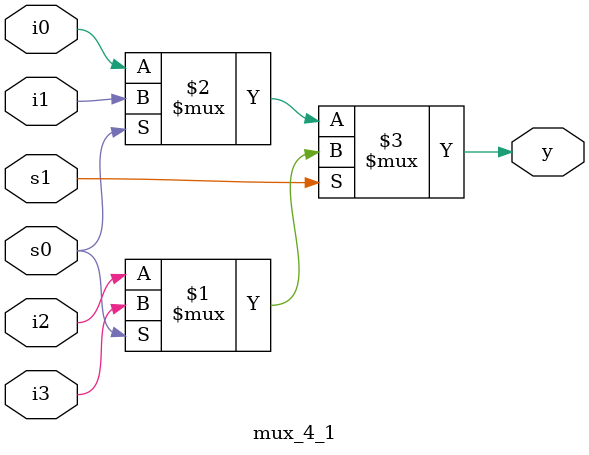
<source format=v>
module mux_4_1 (
    input i0, i1, i2, i3,
    input s0, s1,
    output y
);

assign y = s1 ? (s0 ? i3 : i2) :
                  (s0 ? i1 : i0);

endmodule

</source>
